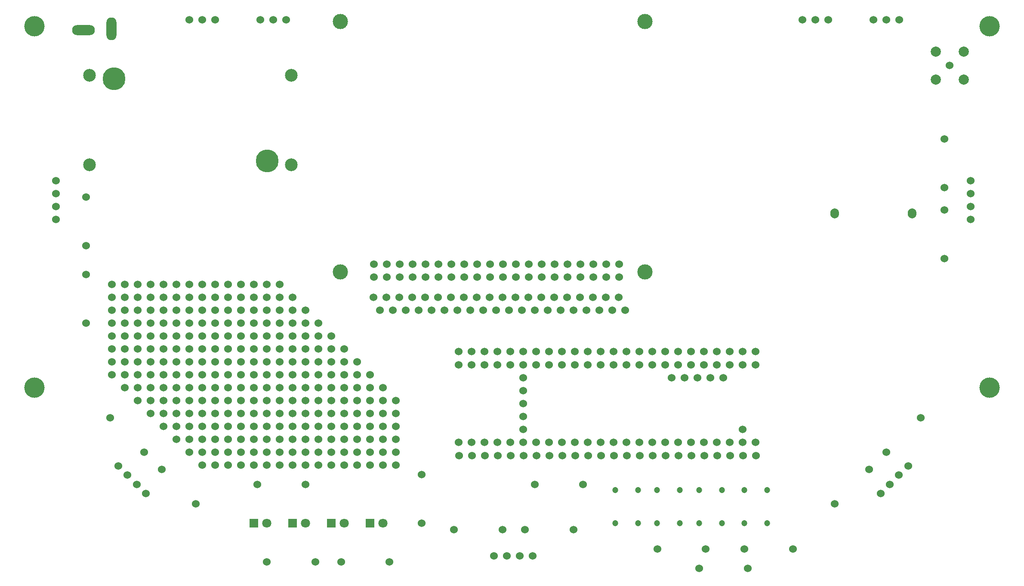
<source format=gbr>
%TF.GenerationSoftware,KiCad,Pcbnew,5.1.5+dfsg1-2build2*%
%TF.CreationDate,2022-02-08T11:10:46-06:00*%
%TF.ProjectId,gpsv1.3,67707376-312e-4332-9e6b-696361645f70,rev?*%
%TF.SameCoordinates,Original*%
%TF.FileFunction,Soldermask,Bot*%
%TF.FilePolarity,Negative*%
%FSLAX46Y46*%
G04 Gerber Fmt 4.6, Leading zero omitted, Abs format (unit mm)*
G04 Created by KiCad (PCBNEW 5.1.5+dfsg1-2build2) date 2022-02-08 11:10:46*
%MOMM*%
%LPD*%
G04 APERTURE LIST*
%ADD10O,2.000000X4.500000*%
%ADD11O,4.500000X2.000000*%
%ADD12C,2.500000*%
%ADD13C,4.500000*%
%ADD14C,1.524000*%
%ADD15C,4.000000*%
%ADD16C,2.000000*%
%ADD17C,3.000000*%
%ADD18O,1.700000X2.000000*%
%ADD19C,1.200000*%
%ADD20R,1.800000X1.800000*%
%ADD21C,1.800000*%
G04 APERTURE END LIST*
D10*
%TO.C,U1*%
X65900000Y-46300000D03*
D11*
X60400000Y-46550000D03*
%TD*%
D12*
%TO.C,DC-DC1*%
X101346000Y-55372000D03*
X101346000Y-73025000D03*
X61595000Y-73025000D03*
X61607700Y-55372000D03*
D13*
X66395600Y-56095900D03*
X96545400Y-72275700D03*
%TD*%
D14*
%TO.C,Proto*%
X116840000Y-129540000D03*
X119380000Y-129540000D03*
X119380000Y-127000000D03*
X116840000Y-127000000D03*
X111760000Y-124460000D03*
X114300000Y-124460000D03*
X116840000Y-124460000D03*
X119380000Y-124460000D03*
X119380000Y-121920000D03*
X116840000Y-121920000D03*
X114300000Y-121920000D03*
X111760000Y-121920000D03*
X109220000Y-121920000D03*
X106680000Y-119380000D03*
X109220000Y-119380000D03*
X111760000Y-119380000D03*
X114300000Y-119380000D03*
X116840000Y-119380000D03*
X119380000Y-119380000D03*
X116840000Y-116840000D03*
X114300000Y-116840000D03*
X111760000Y-116840000D03*
X109220000Y-116840000D03*
X106680000Y-116840000D03*
X104140000Y-116840000D03*
X104140000Y-104140000D03*
X104140000Y-106680000D03*
X106680000Y-106680000D03*
X109220000Y-109220000D03*
X106680000Y-109220000D03*
X104140000Y-109220000D03*
X104140000Y-111760000D03*
X106680000Y-111760000D03*
X109220000Y-111760000D03*
X111760000Y-111760000D03*
X114300000Y-114300000D03*
X109220000Y-114300000D03*
X111760000Y-114300000D03*
X104140000Y-114300000D03*
X106680000Y-114300000D03*
X101600000Y-114300000D03*
X101600000Y-111760000D03*
X101600000Y-109220000D03*
X101600000Y-106680000D03*
X101600000Y-104140000D03*
X101600000Y-101600000D03*
X81280000Y-127000000D03*
X96520000Y-129540000D03*
X104140000Y-129540000D03*
X114300000Y-129540000D03*
X111760000Y-129540000D03*
X101600000Y-129540000D03*
X86360000Y-129540000D03*
X88900000Y-129540000D03*
X106680000Y-129540000D03*
X109220000Y-129540000D03*
X91440000Y-129540000D03*
X99060000Y-129540000D03*
X83820000Y-129540000D03*
X93980000Y-129540000D03*
X101600000Y-127000000D03*
X114300000Y-127000000D03*
X104140000Y-127000000D03*
X91440000Y-127000000D03*
X111760000Y-127000000D03*
X83820000Y-127000000D03*
X96520000Y-127000000D03*
X93980000Y-127000000D03*
X109220000Y-127000000D03*
X86360000Y-127000000D03*
X88900000Y-127000000D03*
X106680000Y-127000000D03*
X99060000Y-127000000D03*
X88900000Y-124460000D03*
X91440000Y-124460000D03*
X86360000Y-124460000D03*
X104140000Y-124460000D03*
X101600000Y-124460000D03*
X96520000Y-124460000D03*
X93980000Y-124460000D03*
X81280000Y-124460000D03*
X109220000Y-124460000D03*
X99060000Y-124460000D03*
X83820000Y-124460000D03*
X106680000Y-124460000D03*
X78740000Y-124460000D03*
X91440000Y-121920000D03*
X99060000Y-121920000D03*
X101600000Y-121920000D03*
X81280000Y-121920000D03*
X76200000Y-121920000D03*
X106680000Y-121920000D03*
X93980000Y-121920000D03*
X78740000Y-121920000D03*
X104140000Y-121920000D03*
X96520000Y-121920000D03*
X86360000Y-121920000D03*
X88900000Y-121920000D03*
X83820000Y-121920000D03*
X78740000Y-119380000D03*
X83820000Y-119380000D03*
X104140000Y-119380000D03*
X101600000Y-119380000D03*
X76200000Y-119380000D03*
X88900000Y-119380000D03*
X93980000Y-119380000D03*
X86360000Y-119380000D03*
X99060000Y-119380000D03*
X73660000Y-119380000D03*
X91440000Y-119380000D03*
X96520000Y-119380000D03*
X81280000Y-119380000D03*
X81280000Y-116840000D03*
X96520000Y-116840000D03*
X71120000Y-116840000D03*
X88900000Y-116840000D03*
X91440000Y-116840000D03*
X101600000Y-116840000D03*
X99060000Y-116840000D03*
X76200000Y-116840000D03*
X93980000Y-116840000D03*
X73660000Y-116840000D03*
X78740000Y-116840000D03*
X86360000Y-116840000D03*
X83820000Y-116840000D03*
X91440000Y-114300000D03*
X71120000Y-114300000D03*
X78740000Y-114300000D03*
X76200000Y-114300000D03*
X93980000Y-114300000D03*
X96520000Y-114300000D03*
X68580000Y-114300000D03*
X73660000Y-114300000D03*
X83820000Y-114300000D03*
X88900000Y-114300000D03*
X99060000Y-114300000D03*
X86360000Y-114300000D03*
X81280000Y-114300000D03*
X68580000Y-111760000D03*
X73660000Y-111760000D03*
X76200000Y-111760000D03*
X83820000Y-111760000D03*
X78740000Y-111760000D03*
X88900000Y-111760000D03*
X91440000Y-111760000D03*
X93980000Y-111760000D03*
X86360000Y-111760000D03*
X81280000Y-111760000D03*
X71120000Y-111760000D03*
X96520000Y-111760000D03*
X99060000Y-111760000D03*
X93980000Y-109220000D03*
X81280000Y-109220000D03*
X71120000Y-109220000D03*
X83820000Y-109220000D03*
X96520000Y-109220000D03*
X86360000Y-109220000D03*
X88900000Y-109220000D03*
X73660000Y-109220000D03*
X78740000Y-109220000D03*
X91440000Y-109220000D03*
X99060000Y-109220000D03*
X76200000Y-109220000D03*
X68580000Y-109220000D03*
X83820000Y-106680000D03*
X93980000Y-106680000D03*
X81280000Y-106680000D03*
X96520000Y-106680000D03*
X71120000Y-106680000D03*
X73660000Y-106680000D03*
X88900000Y-106680000D03*
X78740000Y-106680000D03*
X86360000Y-106680000D03*
X91440000Y-106680000D03*
X99060000Y-106680000D03*
X76200000Y-106680000D03*
X68580000Y-106680000D03*
X88900000Y-104140000D03*
X93980000Y-104140000D03*
X78740000Y-104140000D03*
X86360000Y-104140000D03*
X73660000Y-104140000D03*
X91440000Y-104140000D03*
X83820000Y-104140000D03*
X81280000Y-104140000D03*
X71120000Y-104140000D03*
X99060000Y-104140000D03*
X96520000Y-104140000D03*
X76200000Y-104140000D03*
X68580000Y-104140000D03*
X76200000Y-101600000D03*
X71120000Y-101600000D03*
X81280000Y-101600000D03*
X73660000Y-101600000D03*
X86360000Y-101600000D03*
X91440000Y-101600000D03*
X99060000Y-101600000D03*
X93980000Y-101600000D03*
X68580000Y-101600000D03*
X88900000Y-101600000D03*
X96520000Y-101600000D03*
X78740000Y-101600000D03*
X83820000Y-101600000D03*
X88900000Y-99060000D03*
X78740000Y-99060000D03*
X71120000Y-99060000D03*
X76200000Y-99060000D03*
X86360000Y-99060000D03*
X83820000Y-99060000D03*
X96520000Y-99060000D03*
X81280000Y-99060000D03*
X99060000Y-99060000D03*
X73660000Y-99060000D03*
X93980000Y-99060000D03*
X91440000Y-99060000D03*
X68580000Y-99060000D03*
X81280000Y-129540000D03*
X83820000Y-132080000D03*
X86360000Y-132080000D03*
X88900000Y-132080000D03*
X91440000Y-132080000D03*
X93980000Y-132080000D03*
X96520000Y-132080000D03*
X99060000Y-132080000D03*
X101600000Y-132080000D03*
X104140000Y-132080000D03*
X106680000Y-132080000D03*
X109220000Y-132080000D03*
X111760000Y-132080000D03*
X114300000Y-132080000D03*
X116840000Y-132080000D03*
X119380000Y-132080000D03*
X121920000Y-132080000D03*
X121920000Y-129540000D03*
X121920000Y-127000000D03*
X121920000Y-124460000D03*
X121920000Y-121920000D03*
X78740000Y-127000000D03*
X76200000Y-124460000D03*
X73660000Y-121920000D03*
X71120000Y-119380000D03*
X68580000Y-116840000D03*
X121920000Y-119380000D03*
X119380000Y-116840000D03*
X116840000Y-114300000D03*
X114300000Y-111760000D03*
X111760000Y-109220000D03*
X109220000Y-106680000D03*
X106680000Y-104140000D03*
X104140000Y-101600000D03*
X101600000Y-99060000D03*
X66040000Y-114300000D03*
X66040000Y-111760000D03*
X66040000Y-109220000D03*
X66040000Y-106680000D03*
X66040000Y-104140000D03*
X66040000Y-101600000D03*
X66040000Y-99060000D03*
X99060000Y-96520000D03*
X96520000Y-96520000D03*
X93980000Y-96520000D03*
X91440000Y-96520000D03*
X88900000Y-96520000D03*
X83820000Y-96520000D03*
X86360000Y-96520000D03*
X81280000Y-96520000D03*
X78740000Y-96520000D03*
X76200000Y-96520000D03*
X73660000Y-96520000D03*
X71120000Y-96520000D03*
X68580000Y-96520000D03*
X66040000Y-96520000D03*
%TD*%
D15*
%TO.C,REF\002A\002A*%
X238760000Y-116840000D03*
%TD*%
%TO.C,REF\002A\002A*%
X50800000Y-116840000D03*
%TD*%
%TO.C,REF\002A\002A*%
X50800000Y-45720000D03*
%TD*%
%TO.C,REF\002A\002A*%
X238760000Y-45720000D03*
%TD*%
D16*
%TO.C,Ant1*%
X228120000Y-50720000D03*
X233620000Y-50720000D03*
X228120000Y-56220000D03*
X233620000Y-56220000D03*
D14*
X230870000Y-53470000D03*
%TD*%
%TO.C,Debug1*%
X117525800Y-99085400D03*
X118795800Y-101625400D03*
X120065800Y-99085400D03*
X121335800Y-101625400D03*
X122605800Y-99085400D03*
X123875800Y-101625400D03*
X125145800Y-99085400D03*
X126415800Y-101625400D03*
X127685800Y-99085400D03*
X128955800Y-101625400D03*
X130225800Y-99085400D03*
X131495800Y-101625400D03*
X132765800Y-99085400D03*
X134035800Y-101625400D03*
X135305800Y-99085400D03*
X136575800Y-101625400D03*
X137845800Y-99085400D03*
X139115800Y-101625400D03*
X140385800Y-99085400D03*
X141655800Y-101625400D03*
X142925800Y-99085400D03*
X144195800Y-101625400D03*
X145465800Y-99085400D03*
X146735800Y-101625400D03*
X148005800Y-99085400D03*
X149275800Y-101625400D03*
X150545800Y-99085400D03*
X151815800Y-101625400D03*
X153085800Y-99085400D03*
X154355800Y-101625400D03*
X155625800Y-99085400D03*
X156895800Y-101625400D03*
X158165800Y-99085400D03*
X159435800Y-101625400D03*
X160705800Y-99085400D03*
X161975800Y-101625400D03*
X163245800Y-99085400D03*
X164515800Y-101625400D03*
X165785800Y-99085400D03*
X167055800Y-101625400D03*
%TD*%
%TO.C,R1*%
X82550000Y-139700000D03*
X75814808Y-132964808D03*
%TD*%
%TO.C,R2*%
X60960000Y-94615000D03*
X60960000Y-104140000D03*
%TD*%
%TO.C,R3*%
X65654808Y-122804808D03*
X72390000Y-129540000D03*
%TD*%
%TO.C,R4*%
X60960000Y-88900000D03*
X60960000Y-79375000D03*
%TD*%
%TO.C,R5*%
X229870000Y-77470000D03*
X229870000Y-67945000D03*
%TD*%
%TO.C,R6*%
X218440000Y-129540000D03*
X225175192Y-122804808D03*
%TD*%
%TO.C,R7*%
X229870000Y-81915000D03*
X229870000Y-91440000D03*
%TD*%
%TO.C,R8*%
X215015192Y-132964808D03*
X208280000Y-139700000D03*
%TD*%
%TO.C,R9*%
X156845000Y-144780000D03*
X147320000Y-144780000D03*
%TD*%
%TO.C,R10*%
X133350000Y-144780000D03*
X142875000Y-144780000D03*
%TD*%
%TO.C,Rasp1*%
X117540000Y-95080000D03*
X120080000Y-92540000D03*
X120080000Y-95080000D03*
X122620000Y-92540000D03*
X122620000Y-95080000D03*
X125160000Y-92540000D03*
X125160000Y-95080000D03*
X127700000Y-92540000D03*
X127700000Y-95080000D03*
X130240000Y-92540000D03*
X130240000Y-95080000D03*
X132780000Y-92540000D03*
X132780000Y-95080000D03*
X135320000Y-92540000D03*
X135320000Y-95080000D03*
X137860000Y-92540000D03*
X137860000Y-95080000D03*
X140400000Y-92540000D03*
X140400000Y-95080000D03*
X142940000Y-92540000D03*
X142940000Y-95080000D03*
X145480000Y-92540000D03*
X145480000Y-95080000D03*
X148020000Y-92540000D03*
X148020000Y-95080000D03*
X150560000Y-92540000D03*
X150560000Y-95080000D03*
X153100000Y-92540000D03*
X153100000Y-95080000D03*
X155640000Y-92540000D03*
X155640000Y-95080000D03*
X158180000Y-92540000D03*
X158180000Y-95080000D03*
X160720000Y-92540000D03*
X160720000Y-95080000D03*
X163260000Y-92540000D03*
X163260000Y-95080000D03*
X165800000Y-92540000D03*
X165800000Y-95080000D03*
X117540000Y-92540000D03*
D17*
X110936000Y-94064000D03*
X170880000Y-94064000D03*
X110936000Y-44788000D03*
X170880000Y-44788000D03*
%TD*%
D14*
%TO.C,Teensy1*%
X187620000Y-112380000D03*
X185080000Y-112380000D03*
X182540000Y-112380000D03*
X180000000Y-112380000D03*
X177460000Y-112380000D03*
X174920000Y-112380000D03*
X172380000Y-112380000D03*
X169840000Y-112380000D03*
X167300000Y-112380000D03*
X164760000Y-112380000D03*
X162220000Y-112380000D03*
X159680000Y-112380000D03*
X159680000Y-127620000D03*
X162220000Y-127620000D03*
X164760000Y-127620000D03*
X167300000Y-127620000D03*
X169840000Y-127620000D03*
X172380000Y-127620000D03*
X174920000Y-127620000D03*
X177460000Y-127620000D03*
X180000000Y-127620000D03*
X182540000Y-127620000D03*
X185080000Y-127620000D03*
X154600000Y-112380000D03*
X152060000Y-112380000D03*
X149520000Y-112380000D03*
X146980000Y-112380000D03*
X144440000Y-112380000D03*
X141900000Y-112380000D03*
X139360000Y-112380000D03*
X136820000Y-112380000D03*
X134280000Y-112380000D03*
X134280000Y-127620000D03*
X136820000Y-127620000D03*
X139360000Y-127620000D03*
X141900000Y-127620000D03*
X144440000Y-127620000D03*
X146980000Y-127620000D03*
X149520000Y-127620000D03*
X152060000Y-127620000D03*
X154600000Y-127620000D03*
X190160000Y-112380000D03*
X192700000Y-112380000D03*
X187620000Y-127620000D03*
X190160000Y-127620000D03*
X192700000Y-127620000D03*
X157140000Y-112380000D03*
X157140000Y-127620000D03*
X146980000Y-114920000D03*
X146980000Y-117460000D03*
X146980000Y-120000000D03*
X146980000Y-122540000D03*
X146980000Y-125080000D03*
X186350000Y-114920000D03*
X183810000Y-114920000D03*
X181270000Y-114920000D03*
X178730000Y-114920000D03*
X176190000Y-114920000D03*
X190160000Y-125080000D03*
%TD*%
%TO.C,TOF1*%
X72694077Y-137694077D03*
X70898026Y-135898026D03*
X69101974Y-134101974D03*
X67305923Y-132305923D03*
%TD*%
%TO.C,TOF2*%
X55000000Y-83810000D03*
X55000000Y-81270000D03*
X55000000Y-78730000D03*
X55000000Y-76190000D03*
%TD*%
%TO.C,TOF3*%
X235000000Y-83810000D03*
X235000000Y-81270000D03*
X235000000Y-78730000D03*
X235000000Y-76190000D03*
%TD*%
%TO.C,TOF4*%
X217305923Y-137694077D03*
X219101974Y-135898026D03*
X220898026Y-134101974D03*
X222694077Y-132305923D03*
%TD*%
%TO.C,TOF5*%
X148810000Y-150000000D03*
X146270000Y-150000000D03*
X143730000Y-150000000D03*
X141190000Y-150000000D03*
%TD*%
%TO.C,U2*%
X134289800Y-109791500D03*
X136829800Y-109791500D03*
X139369800Y-109791500D03*
X141909800Y-109791500D03*
X144449800Y-109791500D03*
X146989800Y-109791500D03*
X149529800Y-109791500D03*
X152069800Y-109791500D03*
X154609800Y-109791500D03*
X157149800Y-109791500D03*
X159689800Y-109791500D03*
X162229800Y-109791500D03*
X164769800Y-109791500D03*
X167309800Y-109791500D03*
X169849800Y-109791500D03*
X172389800Y-109791500D03*
X174929800Y-109791500D03*
X177469800Y-109791500D03*
X180009800Y-109791500D03*
X182549800Y-109791500D03*
X185089800Y-109791500D03*
X187629800Y-109791500D03*
X190169800Y-109791500D03*
X192709800Y-109791500D03*
%TD*%
%TO.C,U3*%
X192722500Y-130238500D03*
X190182500Y-130238500D03*
X187642500Y-130238500D03*
X185102500Y-130238500D03*
X182562500Y-130238500D03*
X180022500Y-130238500D03*
X177482500Y-130238500D03*
X174942500Y-130238500D03*
X172402500Y-130238500D03*
X169862500Y-130238500D03*
X167322500Y-130238500D03*
X164782500Y-130238500D03*
X162242500Y-130238500D03*
X159702500Y-130238500D03*
X157162500Y-130238500D03*
X154622500Y-130238500D03*
X152082500Y-130238500D03*
X149542500Y-130238500D03*
X147002500Y-130238500D03*
X144462500Y-130238500D03*
X141922500Y-130238500D03*
X139382500Y-130238500D03*
X136842500Y-130238500D03*
X134302500Y-130238500D03*
%TD*%
D18*
%TO.C,U4*%
X223520000Y-82550000D03*
X208280000Y-82550000D03*
%TD*%
D14*
%TO.C,XH-3A1*%
X201930000Y-44450000D03*
X204470000Y-44450000D03*
X207010000Y-44450000D03*
%TD*%
%TO.C,XH-3A2*%
X220980000Y-44450000D03*
X218440000Y-44450000D03*
X215900000Y-44450000D03*
%TD*%
%TO.C,XH-3A3*%
X81280000Y-44450000D03*
X83820000Y-44450000D03*
X86360000Y-44450000D03*
%TD*%
%TO.C,XH-3A4*%
X100330000Y-44450000D03*
X97790000Y-44450000D03*
X95250000Y-44450000D03*
%TD*%
D19*
%TO.C,B1*%
X186110000Y-137010000D03*
X186110000Y-143510000D03*
X181610000Y-137010000D03*
X181610000Y-143510000D03*
%TD*%
%TO.C,B2*%
X173300000Y-143510000D03*
X173300000Y-137010000D03*
X177800000Y-143510000D03*
X177800000Y-137010000D03*
%TD*%
%TO.C,B3*%
X195000000Y-137010000D03*
X195000000Y-143510000D03*
X190500000Y-137010000D03*
X190500000Y-143510000D03*
%TD*%
%TO.C,B4*%
X165100000Y-143510000D03*
X165100000Y-137010000D03*
X169600000Y-143510000D03*
X169600000Y-137010000D03*
%TD*%
D20*
%TO.C,LED1*%
X93980000Y-143510000D03*
D21*
X96520000Y-143510000D03*
%TD*%
%TO.C,LED2*%
X104140000Y-143510000D03*
D20*
X101600000Y-143510000D03*
%TD*%
%TO.C,LED3*%
X109220000Y-143510000D03*
D21*
X111760000Y-143510000D03*
%TD*%
%TO.C,LED4*%
X119380000Y-143510000D03*
D20*
X116840000Y-143510000D03*
%TD*%
D14*
%TO.C,R11*%
X106045000Y-151130000D03*
X96520000Y-151130000D03*
%TD*%
%TO.C,R12*%
X104140000Y-135890000D03*
X94615000Y-135890000D03*
%TD*%
%TO.C,R13*%
X111125000Y-151130000D03*
X120650000Y-151130000D03*
%TD*%
%TO.C,R14*%
X127000000Y-133985000D03*
X127000000Y-143510000D03*
%TD*%
%TO.C,R15*%
X181610000Y-152400000D03*
X191135000Y-152400000D03*
%TD*%
%TO.C,R16*%
X182880000Y-148590000D03*
X173355000Y-148590000D03*
%TD*%
%TO.C,R17*%
X200025000Y-148590000D03*
X190500000Y-148590000D03*
%TD*%
%TO.C,R18*%
X158750000Y-135890000D03*
X149225000Y-135890000D03*
%TD*%
M02*

</source>
